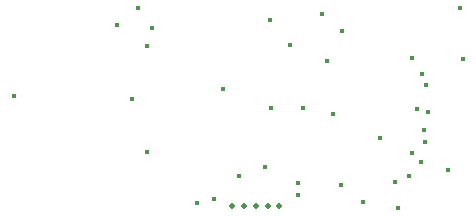
<source format=gbr>
%TF.GenerationSoftware,KiCad,Pcbnew,7.0.6*%
%TF.CreationDate,2024-02-06T14:07:21+09:00*%
%TF.ProjectId,CO2_sensor,434f325f-7365-46e7-936f-722e6b696361,rev?*%
%TF.SameCoordinates,Original*%
%TF.FileFunction,Plated,1,2,PTH,Drill*%
%TF.FilePolarity,Positive*%
%FSLAX46Y46*%
G04 Gerber Fmt 4.6, Leading zero omitted, Abs format (unit mm)*
G04 Created by KiCad (PCBNEW 7.0.6) date 2024-02-06 14:07:21*
%MOMM*%
%LPD*%
G01*
G04 APERTURE LIST*
%TA.AperFunction,ViaDrill*%
%ADD10C,0.400000*%
%TD*%
%TA.AperFunction,ComponentDrill*%
%ADD11C,0.500000*%
%TD*%
G04 APERTURE END LIST*
D10*
X167000000Y-120000000D03*
X175750000Y-114000000D03*
X177000000Y-120250000D03*
X177500000Y-112500000D03*
X178250000Y-115750000D03*
X178250000Y-124750000D03*
X178750000Y-114250000D03*
X182500000Y-129000000D03*
X183925096Y-128674500D03*
X184693921Y-119400498D03*
X186076200Y-126773441D03*
X188283749Y-125974570D03*
X188662500Y-113502353D03*
X188821751Y-121019178D03*
X190423449Y-115699785D03*
X191084223Y-127326128D03*
X191100405Y-128325500D03*
X191499500Y-121026507D03*
X193097043Y-113025500D03*
X193512299Y-117012299D03*
X194074500Y-121524542D03*
X194750000Y-127548639D03*
X194774000Y-114500000D03*
X196546077Y-128910430D03*
X198000000Y-123500000D03*
X199250000Y-127274500D03*
X199500000Y-129500000D03*
X200500000Y-126775500D03*
X200693201Y-124763313D03*
X200737701Y-116750000D03*
X201125180Y-121097491D03*
X201452998Y-125522404D03*
X201554496Y-118091080D03*
X201779414Y-122839248D03*
X201860089Y-123835490D03*
X201931007Y-119016955D03*
X202097264Y-121329994D03*
X203750000Y-126250000D03*
X204750000Y-112500000D03*
X205025500Y-116825612D03*
D11*
%TO.C,J1*%
X185500000Y-129250000D03*
X186500000Y-129250000D03*
X187500000Y-129250000D03*
X188500000Y-129250000D03*
X189500000Y-129250000D03*
M02*

</source>
